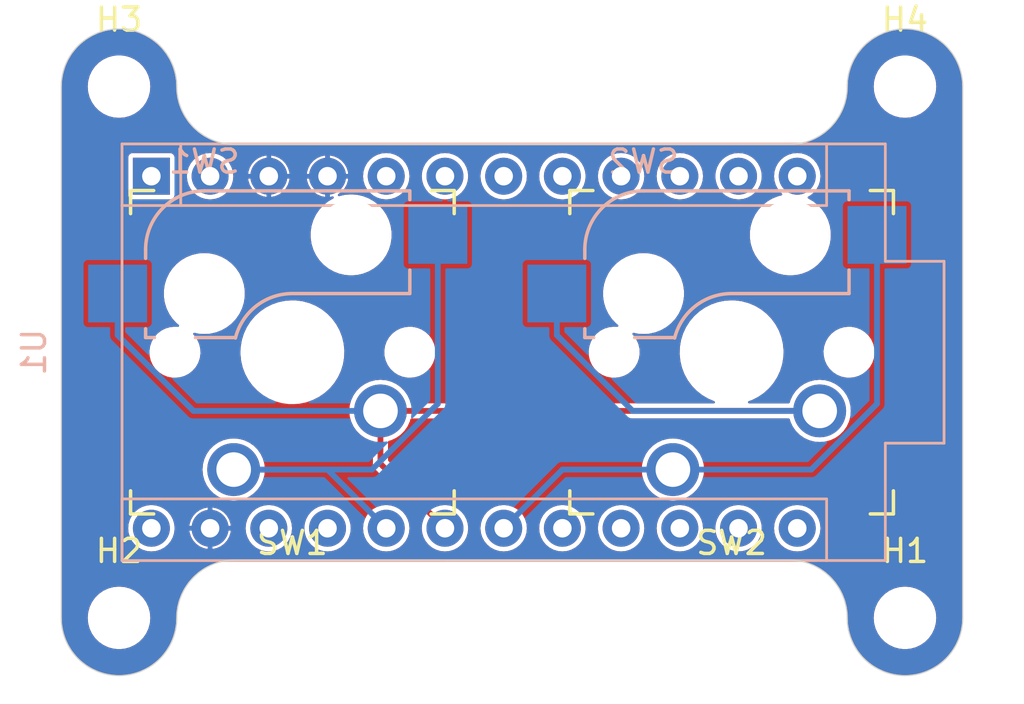
<source format=kicad_pcb>
(kicad_pcb (version 20221018) (generator pcbnew)
  (layers (0 "F.Cu" signal) (31 "B.Cu" signal) (34 "B.Paste" user) (35 "F.Paste" user) (36 "B.SilkS" user "B.Silkscreen") (37 "F.SilkS" user "F.Silkscreen") (38 "B.Mask" user) (39 "F.Mask" user) (44 "Edge.Cuts" user))
  (net 0 "")
  (net 1 "Net-(SW1-Pad2)")
  (net 2 "Net-(SW1-Pad1)")
  (net 3 "Net-(U1-Pad24)")
  (net 4 "Net-(U1-Pad22)")
  (net 5 "Net-(U1-Pad12)")
  (net 6 "Net-(U1-Pad21)")
  (net 7 "Net-(U1-Pad11)")
  (net 8 "Net-(U1-Pad10)")
  (net 9 "Net-(U1-Pad9)")
  (net 10 "Net-(U1-Pad8)")
  (net 11 "Net-(U1-Pad17)")
  (net 12 "Net-(U1-Pad7)")
  (net 13 "Net-(U1-Pad16)")
  (net 14 "Net-(U1-Pad6)")
  (net 15 "Net-(U1-Pad15)")
  (net 16 "Net-(U1-Pad5)")
  (net 17 "Net-(U1-Pad14)")
  (net 18 "Net-(U1-Pad13)")
  (net 19 "Net-(U1-Pad2)")
  (net 20 "Net-(U1-Pad1)")
  (net 21 "Net-(SW2-Pad1)")
  (net 22 "GND")
  (footprint "MountingHole:MountingHole_2.2mm_M2_DIN965" (layer "F.Cu") (at 171.5 73.5)
    (fp_text reference "H4" (at 0 -2.9) (layer "F.SilkS"))
    (fp_text value "MountingHole")
    (pad "" np_thru_hole circle (at 0 0) (size 2.2 2.2) (drill 2.2) (layers "*.Cu" "*.Mask"))
  )
  (footprint "MountingHole:MountingHole_2.2mm_M2_DIN965" (layer "F.Cu") (at 171.5 96.5)
    (fp_text reference "H1" (at 0 -2.9) (layer "F.SilkS"))
    (fp_text value "MountingHole")
    (pad "" np_thru_hole circle (at 0 0) (size 2.2 2.2) (drill 2.2) (layers "*.Cu" "*.Mask"))
  )
  (footprint "MountingHole:MountingHole_2.2mm_M2_DIN965" (layer "F.Cu") (at 137.5 96.5)
    (fp_text reference "H2" (at 0 -2.9) (layer "F.SilkS"))
    (fp_text value "MountingHole")
    (pad "" np_thru_hole circle (at 0 0) (size 2.2 2.2) (drill 2.2) (layers "*.Cu" "*.Mask"))
  )
  (footprint "MountingHole:MountingHole_2.2mm_M2_DIN965" (layer "F.Cu") (at 137.5 73.5)
    (fp_text reference "H3" (at 0 -2.9) (layer "F.SilkS"))
    (fp_text value "MountingHole")
    (pad "" np_thru_hole circle (at 0 0) (size 2.2 2.2) (drill 2.2) (layers "*.Cu" "*.Mask"))
  )
  (footprint "keyswitches:Kailh_socket_MX_optional" (layer "F.Cu") (at 164 85 180)
    (fp_text reference "SW2" (at 0 -8.255) (layer "F.SilkS"))
    (fp_text value "SW_Push")
    (fp_text user "${REFERENCE}" (at 3.81 8.255) (layer "B.SilkS") (effects (justify mirror)))
    (fp_line (start -5.08 2.54) (end -5.08 3.556) (stroke (width 0.15)) (layer "B.SilkS"))
    (fp_line (start -5.08 6.604) (end -5.08 6.985) (stroke (width 0.15)) (layer "B.SilkS"))
    (fp_line (start -5.08 6.985) (end 3.81 6.985) (stroke (width 0.15)) (layer "B.SilkS"))
    (fp_line (start 0 2.54) (end -5.08 2.54) (stroke (width 0.15)) (layer "B.SilkS"))
    (fp_line (start 4.191 0.635) (end 2.54 0.635) (stroke (width 0.15)) (layer "B.SilkS"))
    (fp_line (start 6.35 0.635) (end 5.969 0.635) (stroke (width 0.15)) (layer "B.SilkS"))
    (fp_line (start 6.35 1.016) (end 6.35 0.635) (stroke (width 0.15)) (layer "B.SilkS"))
    (fp_line (start 6.35 4.445) (end 6.35 4.064) (stroke (width 0.15)) (layer "B.SilkS"))
    (fp_arc (start 2.464162 0.61604) (mid 1.563147 2.002042) (end 0 2.54) (stroke (width 0.15)) (layer "B.SilkS"))
    (fp_arc (start 6.35 4.445) (mid 5.606051 6.241051) (end 3.81 6.985) (stroke (width 0.15)) (layer "B.SilkS"))
    (fp_line (start -7 -6) (end -7 -7) (stroke (width 0.15)) (layer "F.SilkS"))
    (fp_line (start -7 7) (end -7 6) (stroke (width 0.15)) (layer "F.SilkS"))
    (fp_line (start -7 7) (end -6 7) (stroke (width 0.15)) (layer "F.SilkS"))
    (fp_line (start -6 -7) (end -7 -7) (stroke (width 0.15)) (layer "F.SilkS"))
    (fp_line (start 6 7) (end 7 7) (stroke (width 0.15)) (layer "F.SilkS"))
    (fp_line (start 7 -7) (end 6 -7) (stroke (width 0.15)) (layer "F.SilkS"))
    (fp_line (start 7 -7) (end 7 -6) (stroke (width 0.15)) (layer "F.SilkS"))
    (fp_line (start 7 6) (end 7 7) (stroke (width 0.15)) (layer "F.SilkS"))
    (pad "" np_thru_hole circle (at -5.08 0 180) (size 1.7018 1.7018) (drill 1.7018) (layers "*.Cu" "*.Mask"))
    (pad "" np_thru_hole circle (at -2.54 5.08 180) (size 3 3) (drill 3) (layers "*.Cu" "*.Mask"))
    (pad "" np_thru_hole circle (at 0 0 180) (size 3.9878 3.9878) (drill 3.9878) (layers "*.Cu" "*.Mask"))
    (pad "" np_thru_hole circle (at 3.81 2.54 180) (size 3 3) (drill 3) (layers "*.Cu" "*.Mask"))
    (pad "" np_thru_hole circle (at 5.08 0 180) (size 1.7018 1.7018) (drill 1.7018) (layers "*.Cu" "*.Mask"))
    (pad "1" smd rect (at -6.29 5.08 180) (size 2.55 2.5) (layers "B.Cu" "B.Paste" "B.Mask") (net 21 "Net-(SW2-Pad1)"))
    (pad "1" thru_hole circle (at 2.54 -5.08 180) (size 2.286 2.286) (drill 1.4986) (layers "*.Cu" "*.Mask") (net 21 "Net-(SW2-Pad1)"))
    (pad "2" thru_hole circle (at -3.81 -2.54 180) (size 2.286 2.286) (drill 1.4986) (layers "*.Cu" "*.Mask") (net 1 "Net-(SW1-Pad2)"))
    (pad "2" smd rect (at 7.56 2.54 180) (size 2.55 2.5) (layers "B.Cu" "B.Paste" "B.Mask") (net 1 "Net-(SW1-Pad2)"))
  )
  (footprint "keyswitches:Kailh_socket_MX_optional" (layer "F.Cu") (at 145 85 180)
    (fp_text reference "SW1" (at 0 -8.255 180) (layer "F.SilkS"))
    (fp_text value "SW_Push")
    (fp_text user "${REFERENCE}" (at 3.81 8.255 180) (layer "B.SilkS") (effects (justify mirror)))
    (fp_line (start -5.08 2.54) (end -5.08 3.556) (stroke (width 0.15)) (layer "B.SilkS"))
    (fp_line (start -5.08 6.604) (end -5.08 6.985) (stroke (width 0.15)) (layer "B.SilkS"))
    (fp_line (start -5.08 6.985) (end 3.81 6.985) (stroke (width 0.15)) (layer "B.SilkS"))
    (fp_line (start 0 2.54) (end -5.08 2.54) (stroke (width 0.15)) (layer "B.SilkS"))
    (fp_line (start 4.191 0.635) (end 2.54 0.635) (stroke (width 0.15)) (layer "B.SilkS"))
    (fp_line (start 6.35 0.635) (end 5.969 0.635) (stroke (width 0.15)) (layer "B.SilkS"))
    (fp_line (start 6.35 1.016) (end 6.35 0.635) (stroke (width 0.15)) (layer "B.SilkS"))
    (fp_line (start 6.35 4.445) (end 6.35 4.064) (stroke (width 0.15)) (layer "B.SilkS"))
    (fp_arc (start 2.464162 0.61604) (mid 1.563147 2.002042) (end 0 2.54) (stroke (width 0.15)) (layer "B.SilkS"))
    (fp_arc (start 6.35 4.445) (mid 5.606051 6.241051) (end 3.81 6.985) (stroke (width 0.15)) (layer "B.SilkS"))
    (fp_line (start -7 -6) (end -7 -7) (stroke (width 0.15)) (layer "F.SilkS"))
    (fp_line (start -7 7) (end -7 6) (stroke (width 0.15)) (layer "F.SilkS"))
    (fp_line (start -7 7) (end -6 7) (stroke (width 0.15)) (layer "F.SilkS"))
    (fp_line (start -6 -7) (end -7 -7) (stroke (width 0.15)) (layer "F.SilkS"))
    (fp_line (start 6 7) (end 7 7) (stroke (width 0.15)) (layer "F.SilkS"))
    (fp_line (start 7 -7) (end 6 -7) (stroke (width 0.15)) (layer "F.SilkS"))
    (fp_line (start 7 -7) (end 7 -6) (stroke (width 0.15)) (layer "F.SilkS"))
    (fp_line (start 7 6) (end 7 7) (stroke (width 0.15)) (layer "F.SilkS"))
    (pad "" np_thru_hole circle (at -5.08 0 180) (size 1.7018 1.7018) (drill 1.7018) (layers "*.Cu" "*.Mask"))
    (pad "" np_thru_hole circle (at -2.54 5.08 180) (size 3 3) (drill 3) (layers "*.Cu" "*.Mask"))
    (pad "" np_thru_hole circle (at 0 0 180) (size 3.9878 3.9878) (drill 3.9878) (layers "*.Cu" "*.Mask"))
    (pad "" np_thru_hole circle (at 3.81 2.54 180) (size 3 3) (drill 3) (layers "*.Cu" "*.Mask"))
    (pad "" np_thru_hole circle (at 5.08 0 180) (size 1.7018 1.7018) (drill 1.7018) (layers "*.Cu" "*.Mask"))
    (pad "1" smd rect (at -6.29 5.08 180) (size 2.55 2.5) (layers "B.Cu" "B.Paste" "B.Mask") (net 2 "Net-(SW1-Pad1)"))
    (pad "1" thru_hole circle (at 2.54 -5.08 180) (size 2.286 2.286) (drill 1.4986) (layers "*.Cu" "*.Mask") (net 2 "Net-(SW1-Pad1)"))
    (pad "2" thru_hole circle (at -3.81 -2.54 180) (size 2.286 2.286) (drill 1.4986) (layers "*.Cu" "*.Mask") (net 1 "Net-(SW1-Pad2)"))
    (pad "2" smd rect (at 7.56 2.54 180) (size 2.55 2.5) (layers "B.Cu" "B.Paste" "B.Mask") (net 1 "Net-(SW1-Pad2)"))
  )
  (footprint "arduino:Sparkfun_Pro_Micro" (layer "B.Cu") (at 138.9 77.38 -90)
    (fp_text reference "U1" (at 7.62 5.08 270) (layer "B.SilkS") (effects (justify mirror)))
    (fp_text value "Sparkfun_Pro_Micro")
    (fp_line (start -1.397 -31.75) (end 3.683 -31.75) (stroke (width 0.12)) (layer "B.SilkS"))
    (fp_line (start -1.397 1.27) (end -1.397 -31.75) (stroke (width 0.12)) (layer "B.SilkS"))
    (fp_line (start 1.27 -29.21) (end -1.4 -29.21) (stroke (width 0.12)) (layer "B.SilkS"))
    (fp_line (start 1.27 -1.27) (end -1.397 -1.27) (stroke (width 0.12)) (layer "B.SilkS"))
    (fp_line (start 1.27 -1.27) (end 1.27 -29.21) (stroke (width 0.12)) (layer "B.SilkS"))
    (fp_line (start 1.27 -1.27) (end 1.27 1.27) (stroke (width 0.12)) (layer "B.SilkS"))
    (fp_line (start 1.27 1.27) (end -1.397 1.27) (stroke (width 0.12)) (layer "B.SilkS"))
    (fp_line (start 3.683 -34.29) (end 3.683 -31.75) (stroke (width 0.12)) (layer "B.SilkS"))
    (fp_line (start 3.683 -34.29) (end 11.557 -34.29) (stroke (width 0.12)) (layer "B.SilkS"))
    (fp_line (start 11.557 -34.29) (end 11.557 -31.75) (stroke (width 0.12)) (layer "B.SilkS"))
    (fp_line (start 11.557 -31.75) (end 16.637 -31.75) (stroke (width 0.12)) (layer "B.SilkS"))
    (fp_line (start 13.97 -29.21) (end 16.64 -29.21) (stroke (width 0.12)) (layer "B.SilkS"))
    (fp_line (start 13.97 1.27) (end 13.97 -29.21) (stroke (width 0.12)) (layer "B.SilkS"))
    (fp_line (start 13.97 1.27) (end 16.64 1.27) (stroke (width 0.12)) (layer "B.SilkS"))
    (fp_line (start 16.637 -31.75) (end 16.64 1.27) (stroke (width 0.12)) (layer "B.SilkS"))
    (fp_line (start 16.637 1.27) (end 1.27 1.27) (stroke (width 0.12)) (layer "B.SilkS"))
    (pad "1" thru_hole rect (at 0 0 270) (size 1.6 1.6) (drill 0.8) (layers "*.Cu" "*.Mask") (net 20 "Net-(U1-Pad1)"))
    (pad "2" thru_hole oval (at 0 -2.54 270) (size 1.6 1.6) (drill 0.8) (layers "*.Cu" "*.Mask") (net 19 "Net-(U1-Pad2)"))
    (pad "3" thru_hole oval (at 0 -5.08 270) (size 1.6 1.6) (drill 0.8) (layers "*.Cu" "*.Mask") (net 22 "GND"))
    (pad "4" thru_hole oval (at 0 -7.62 270) (size 1.6 1.6) (drill 0.8) (layers "*.Cu" "*.Mask") (net 22 "GND"))
    (pad "5" thru_hole oval (at 0 -10.16 270) (size 1.6 1.6) (drill 0.8) (layers "*.Cu" "*.Mask") (net 16 "Net-(U1-Pad5)"))
    (pad "6" thru_hole oval (at 0 -12.7 270) (size 1.6 1.6) (drill 0.8) (layers "*.Cu" "*.Mask") (net 14 "Net-(U1-Pad6)"))
    (pad "7" thru_hole oval (at 0 -15.24 270) (size 1.6 1.6) (drill 0.8) (layers "*.Cu" "*.Mask") (net 12 "Net-(U1-Pad7)"))
    (pad "8" thru_hole oval (at 0 -17.78 270) (size 1.6 1.6) (drill 0.8) (layers "*.Cu" "*.Mask") (net 10 "Net-(U1-Pad8)"))
    (pad "9" thru_hole oval (at 0 -20.32 270) (size 1.6 1.6) (drill 0.8) (layers "*.Cu" "*.Mask") (net 9 "Net-(U1-Pad9)"))
    (pad "10" thru_hole oval (at 0 -22.86 270) (size 1.6 1.6) (drill 0.8) (layers "*.Cu" "*.Mask") (net 8 "Net-(U1-Pad10)"))
    (pad "11" thru_hole oval (at 0 -25.4 270) (size 1.6 1.6) (drill 0.8) (layers "*.Cu" "*.Mask") (net 7 "Net-(U1-Pad11)"))
    (pad "12" thru_hole oval (at 0 -27.94 270) (size 1.6 1.6) (drill 0.8) (layers "*.Cu" "*.Mask") (net 5 "Net-(U1-Pad12)"))
    (pad "13" thru_hole oval (at 15.24 -27.94 270) (size 1.6 1.6) (drill 0.8) (layers "*.Cu" "*.Mask") (net 18 "Net-(U1-Pad13)"))
    (pad "14" thru_hole oval (at 15.24 -25.4 270) (size 1.6 1.6) (drill 0.8) (layers "*.Cu" "*.Mask") (net 17 "Net-(U1-Pad14)"))
    (pad "15" thru_hole oval (at 15.24 -22.86 270) (size 1.6 1.6) (drill 0.8) (layers "*.Cu" "*.Mask") (net 15 "Net-(U1-Pad15)"))
    (pad "16" thru_hole oval (at 15.24 -20.32 270) (size 1.6 1.6) (drill 0.8) (layers "*.Cu" "*.Mask") (net 13 "Net-(U1-Pad16)"))
    (pad "17" thru_hole oval (at 15.24 -17.78 270) (size 1.6 1.6) (drill 0.8) (layers "*.Cu" "*.Mask") (net 11 "Net-(U1-Pad17)"))
    (pad "18" thru_hole oval (at 15.24 -15.24 270) (size 1.6 1.6) (drill 0.8) (layers "*.Cu" "*.Mask") (net 21 "Net-(SW2-Pad1)"))
    (pad "19" thru_hole oval (at 15.24 -12.7 270) (size 1.6 1.6) (drill 0.8) (layers "*.Cu" "*.Mask") (net 1 "Net-(SW1-Pad2)"))
    (pad "20" thru_hole oval (at 15.24 -10.16 270) (size 1.6 1.6) (drill 0.8) (layers "*.Cu" "*.Mask") (net 2 "Net-(SW1-Pad1)"))
    (pad "21" thru_hole oval (at 15.24 -7.62 270) (size 1.6 1.6) (drill 0.8) (layers "*.Cu" "*.Mask") (net 6 "Net-(U1-Pad21)"))
    (pad "22" thru_hole oval (at 15.24 -5.08 270) (size 1.6 1.6) (drill 0.8) (layers "*.Cu" "*.Mask") (net 4 "Net-(U1-Pad22)"))
    (pad "23" thru_hole oval (at 15.24 -2.54 270) (size 1.6 1.6) (drill 0.8) (layers "*.Cu" "*.Mask") (net 22 "GND"))
    (pad "24" thru_hole oval (at 15.24 0 270) (size 1.6 1.6) (drill 0.8) (layers "*.Cu" "*.Mask") (net 3 "Net-(U1-Pad24)"))
  )
  (gr_arc (start 140 96.5) (mid 137.5 99) (end 135 96.5) (stroke (width 0.05)) (layer "Edge.Cuts"))
  (gr_line (start 142.5 94) (end 166.5 94) (stroke (width 0.05)) (layer "Edge.Cuts"))
  (gr_arc (start 169 73.5) (mid 171.5 71) (end 174 73.5) (stroke (width 0.05)) (layer "Edge.Cuts"))
  (gr_arc (start 142.5 76) (mid 140.732233 75.267767) (end 140 73.5) (stroke (width 0.05)) (layer "Edge.Cuts"))
  (gr_arc (start 174 96.5) (mid 171.5 99) (end 169 96.5) (stroke (width 0.05)) (layer "Edge.Cuts"))
  (gr_arc (start 140 96.5) (mid 140.732233 94.732233) (end 142.5 94) (stroke (width 0.05)) (layer "Edge.Cuts"))
  (gr_line (start 142.5 76) (end 166.5 76) (stroke (width 0.05)) (layer "Edge.Cuts"))
  (gr_arc (start 169 73.5) (mid 168.267767 75.267767) (end 166.5 76) (stroke (width 0.05)) (layer "Edge.Cuts"))
  (gr_line (start 135 73.5) (end 135 96.5) (stroke (width 0.05)) (layer "Edge.Cuts"))
  (gr_line (start 174 96.5) (end 174 73.5) (stroke (width 0.05)) (layer "Edge.Cuts"))
  (gr_arc (start 166.5 94) (mid 168.267767 94.732233) (end 169 96.5) (stroke (width 0.05)) (layer "Edge.Cuts"))
  (gr_arc (start 135 73.5) (mid 137.5 71) (end 140 73.5) (stroke (width 0.05)) (layer "Edge.Cuts"))
  (segment (start 148.81 87.54) (end 167.81 87.54) (width 0.25) (layer "F.Cu") (net 1))
  (segment (start 148.81 89.83) (end 151.6 92.62) (width 0.25) (layer "F.Cu") (net 1))
  (segment (start 148.81 87.54) (end 148.81 89.83) (width 0.25) (layer "F.Cu") (net 1))
  (segment (start 137.44 82.46) (end 137.44 84.260334) (width 0.25) (layer "B.Cu") (net 1))
  (segment (start 156.44 82.46) (end 156.44 84.260334) (width 0.25) (layer "B.Cu") (net 1))
  (segment (start 159.719666 87.54) (end 167.81 87.54) (width 0.25) (layer "B.Cu") (net 1))
  (segment (start 156.44 84.260334) (end 159.719666 87.54) (width 0.25) (layer "B.Cu") (net 1))
  (segment (start 140.719666 87.54) (end 148.81 87.54) (width 0.25) (layer "B.Cu") (net 1))
  (segment (start 137.44 84.260334) (end 140.719666 87.54) (width 0.25) (layer "B.Cu") (net 1))
  (segment (start 151.29 79.92) (end 151.29 87.232642) (width 0.25) (layer "B.Cu") (net 2))
  (segment (start 148.442642 90.08) (end 142.46 90.08) (width 0.25) (layer "B.Cu") (net 2))
  (segment (start 151.29 87.232642) (end 148.442642 90.08) (width 0.25) (layer "B.Cu") (net 2))
  (segment (start 149.06 92.62) (end 146.52 90.08) (width 0.25) (layer "B.Cu") (net 2))
  (segment (start 146.52 90.08) (end 142.46 90.08) (width 0.25) (layer "B.Cu") (net 2))
  (segment (start 161.46 90.08) (end 156.68 90.08) (width 0.25) (layer "B.Cu") (net 21))
  (segment (start 170.29 87.232642) (end 167.442642 90.08) (width 0.25) (layer "B.Cu") (net 21))
  (segment (start 167.442642 90.08) (end 161.46 90.08) (width 0.25) (layer "B.Cu") (net 21))
  (segment (start 170.29 79.92) (end 170.29 87.232642) (width 0.25) (layer "B.Cu") (net 21))
  (segment (start 156.68 90.08) (end 154.14 92.62) (width 0.25) (layer "B.Cu") (net 21))
  (zone (net 22) (net_name "GND") (layer "F.Cu") (connect_pads (clearance 0.1)) (min_thickness 0.1) (fill yes (thermal_gap 0.1) (thermal_bridge_width 0.2))
    (polygon (pts (xy 174 99) (xy 135 99) (xy 135 71) (xy 174 71)))
  )
  (zone (net 22) (net_name "GND") (layer "B.Cu") (connect_pads (clearance 0.1)) (min_thickness 0.1) (fill yes (thermal_gap 0.1) (thermal_bridge_width 0.2))
    (polygon (pts (xy 174 99) (xy 135 99) (xy 135 71) (xy 174 71)))
  )
)
</source>
